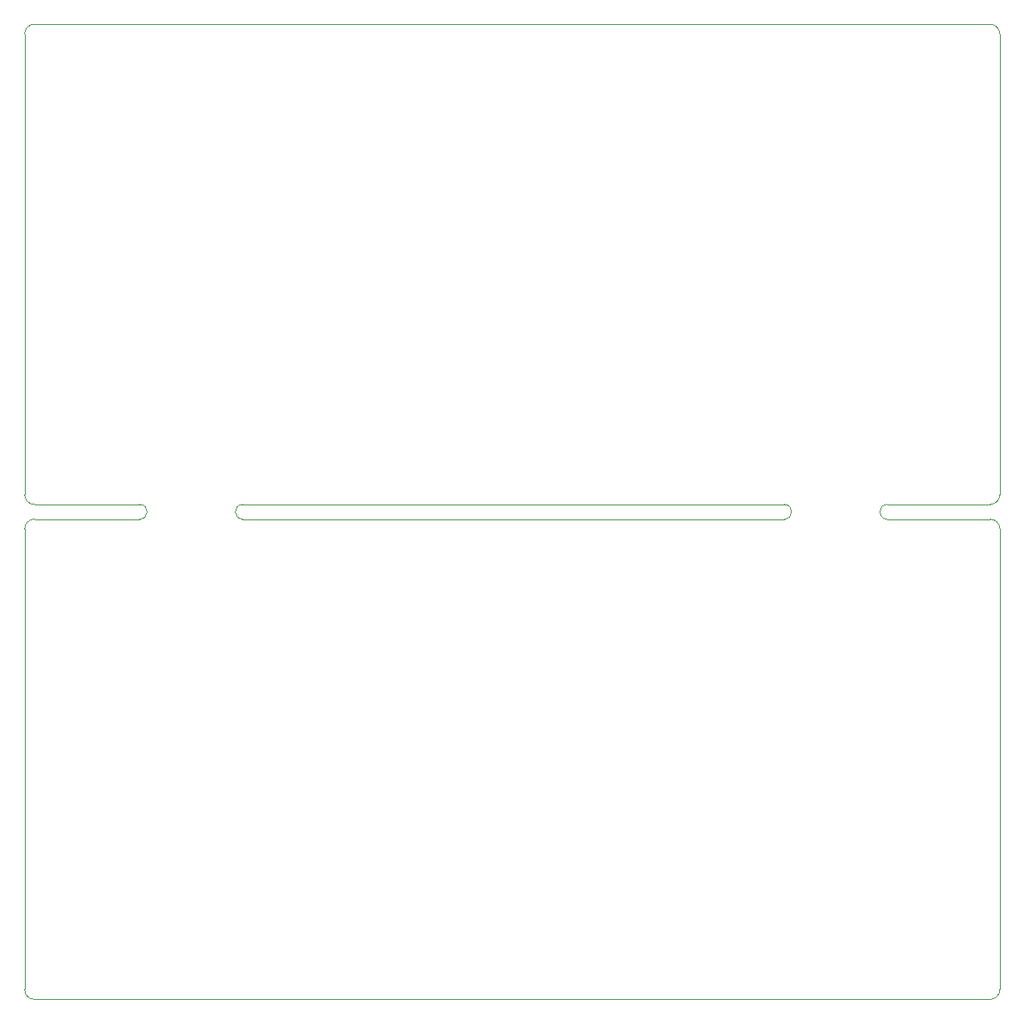
<source format=gbr>
%TF.GenerationSoftware,KiCad,Pcbnew,(6.0.6)*%
%TF.CreationDate,2022-06-26T13:55:29+05:00*%
%TF.ProjectId,MouseBite,4d6f7573-6542-4697-9465-2e6b69636164,rev?*%
%TF.SameCoordinates,Original*%
%TF.FileFunction,Profile,NP*%
%FSLAX46Y46*%
G04 Gerber Fmt 4.6, Leading zero omitted, Abs format (unit mm)*
G04 Created by KiCad (PCBNEW (6.0.6)) date 2022-06-26 13:55:29*
%MOMM*%
%LPD*%
G01*
G04 APERTURE LIST*
%TA.AperFunction,Profile*%
%ADD10C,0.050000*%
%TD*%
G04 APERTURE END LIST*
D10*
X65250000Y-88750000D02*
X54500000Y-88750000D01*
X131000000Y-88750000D02*
X75750000Y-88750000D01*
X141500000Y-88750000D02*
X152000000Y-88750000D01*
X141500000Y-87250000D02*
X152000000Y-87250000D01*
X75750000Y-87250000D02*
X131000000Y-87250000D01*
X65250000Y-87250000D02*
X54500000Y-87250000D01*
X53500000Y-89750000D02*
X53500000Y-136750000D01*
X153000000Y-136750000D02*
X153000000Y-89750000D01*
X54500000Y-137750000D02*
X152000000Y-137750000D01*
X153000000Y-89750000D02*
G75*
G03*
X152000000Y-88750000I-999999J1D01*
G01*
X54500000Y-88750000D02*
G75*
G03*
X53500000Y-89750000I-1J-999999D01*
G01*
X152000000Y-137750000D02*
G75*
G03*
X153000000Y-136750000I1J999999D01*
G01*
X53500000Y-136750000D02*
G75*
G03*
X54500000Y-137750000I999999J-1D01*
G01*
X153000000Y-86250000D02*
X153000000Y-39250000D01*
X53500000Y-39250000D02*
X53500000Y-86250000D01*
X152000000Y-38250000D02*
X54500000Y-38250000D01*
X131000000Y-88750000D02*
G75*
G03*
X131000000Y-87250000I0J750000D01*
G01*
X152000000Y-87250000D02*
G75*
G03*
X153000000Y-86250000I1J999999D01*
G01*
X53500000Y-86250000D02*
G75*
G03*
X54500000Y-87250000I999999J-1D01*
G01*
X54500000Y-38250000D02*
G75*
G03*
X53500000Y-39250000I-1J-999999D01*
G01*
X153000000Y-39250000D02*
G75*
G03*
X152000000Y-38250000I-1000000J0D01*
G01*
X75750000Y-87250000D02*
G75*
G03*
X75750000Y-88750000I0J-750000D01*
G01*
X65250000Y-88750000D02*
G75*
G03*
X65250000Y-87250000I0J750000D01*
G01*
X141500000Y-87250000D02*
G75*
G03*
X141500000Y-88750000I0J-750000D01*
G01*
M02*

</source>
